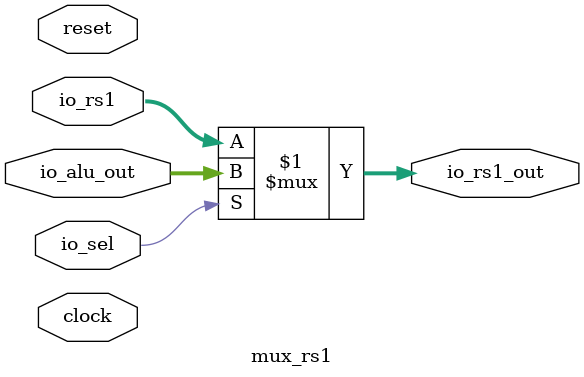
<source format=v>
module mux_rs1(
  input         clock,
  input         reset,
  input  [31:0] io_rs1,
  input  [31:0] io_alu_out,
  input         io_sel,
  output [31:0] io_rs1_out
);
  assign io_rs1_out = io_sel ? io_alu_out : io_rs1; // @[mux_rs1.scala 21:20]
endmodule

</source>
